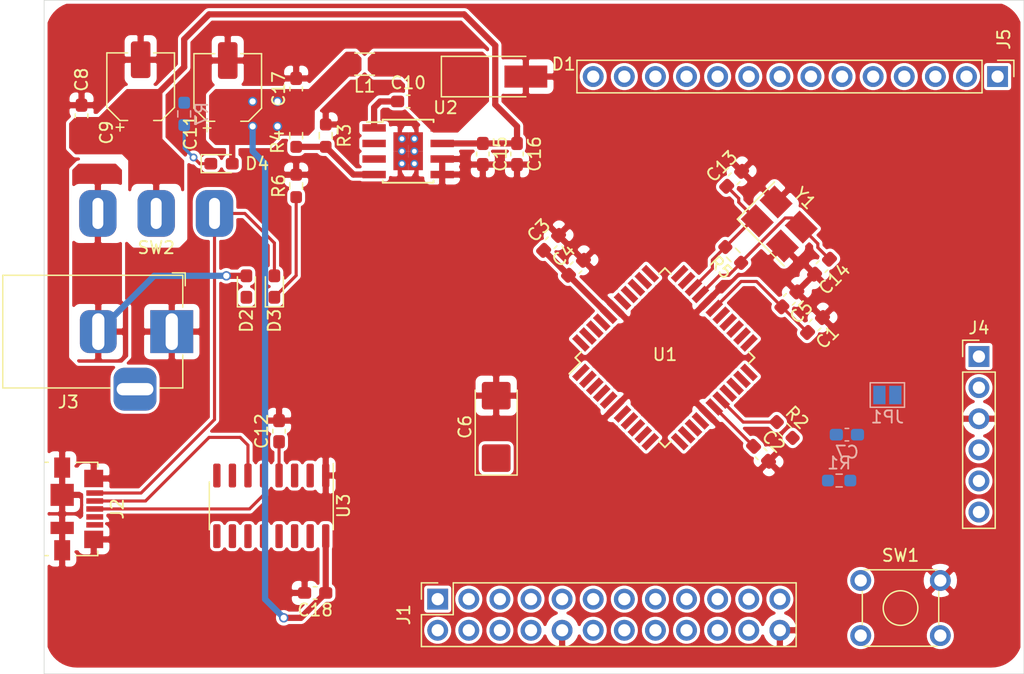
<source format=kicad_pcb>
(kicad_pcb (version 20171130) (host pcbnew 5.1.9)
  (layers (0 F.Cu signal) (31 B.Cu signal) (34 B.Paste user) (35 F.Paste user) (36 B.SilkS user) (37 F.SilkS user) (38 B.Mask user) (39 F.Mask user) (44 Edge.Cuts user))
  (net 0 "")
  (net 1 GND)
  (net 2 +3V3)
  (net 3 "Net-(C6-Pad1)")
  (net 4 "Net-(C7-Pad1)")
  (net 5 +5V)
  (net 6 "Net-(C10-Pad2)")
  (net 7 "Net-(C10-Pad1)")
  (net 8 /MCLR)
  (net 9 "Net-(R3-Pad1)")
  (net 10 "Net-(C12-Pad1)")
  (net 11 "Net-(J2-Pad3)")
  (net 12 "Net-(J2-Pad2)")
  (net 13 /PWR_USB)
  (net 14 /PWR_DC)
  (net 15 /RB15)
  (net 16 /RB14)
  (net 17 /RA10)
  (net 18 /RB11)
  (net 19 /RA7)
  (net 20 /RB10)
  (net 21 /RB12)
  (net 22 /RB13)
  (net 23 /PGC)
  (net 24 /PGD)
  (net 25 /AN1)
  (net 26 /AN0)
  (net 27 /RC2)
  (net 28 /RC1)
  (net 29 /RC0)
  (net 30 /RB3)
  (net 31 /RB2)
  (net 32 /RB4)
  (net 33 /RA8)
  (net 34 /RC4)
  (net 35 /RC3)
  (net 36 /RA9)
  (net 37 /RA4)
  (net 38 /RC5)
  (net 39 /RB5)
  (net 40 /RB6)
  (net 41 /RB8)
  (net 42 /RB7)
  (net 43 /RB9)
  (net 44 /RC8)
  (net 45 /RC7)
  (net 46 /RC9)
  (net 47 /RC6)
  (net 48 /OSC2)
  (net 49 /OSC1)
  (net 50 "Net-(JP1-Pad1)")
  (net 51 "Net-(D2-Pad1)")
  (net 52 "Net-(D4-Pad1)")
  (module LED_SMD:LED_0603_1608Metric_Pad1.05x0.95mm_HandSolder (layer F.Cu) (at 54.484 53.34)
    (fp_text reference D4 (at 2.907 0) (layer F.SilkS))
    (fp_text value LED_G)
    (pad 2 smd roundrect (at 0.875 0) (size 1.05 0.95) (layers F.Cu F.Paste F.Mask) (net 2 +3V3))
    (pad 1 smd roundrect (at -0.875 0) (size 1.05 0.95) (layers F.Cu F.Paste F.Mask) (net 52 "Net-(D4-Pad1)"))
  )
  (module LED_SMD:LED_0603_1608Metric_Pad1.05x0.95mm_HandSolder (layer F.Cu) (at 58.802 63.373 90)
    (fp_text reference D3 (at -2.794 0 90) (layer F.SilkS))
    (fp_text value LED_B)
    (pad 2 smd roundrect (at 0.875 0 90) (size 1.05 0.95) (layers F.Cu F.Paste F.Mask) (net 13 /PWR_USB))
    (pad 1 smd roundrect (at -0.875 0 90) (size 1.05 0.95) (layers F.Cu F.Paste F.Mask) (net 51 "Net-(D2-Pad1)"))
  )
  (module LED_SMD:LED_0603_1608Metric_Pad1.05x0.95mm_HandSolder (layer F.Cu) (at 56.516 63.373 90)
    (fp_text reference D2 (at -2.794 0 90) (layer F.SilkS))
    (fp_text value LED_B)
    (pad 2 smd roundrect (at 0.875 0 90) (size 1.05 0.95) (layers F.Cu F.Paste F.Mask) (net 14 /PWR_DC))
    (pad 1 smd roundrect (at -0.875 0 90) (size 1.05 0.95) (layers F.Cu F.Paste F.Mask) (net 51 "Net-(D2-Pad1)"))
  )
  (module Resistor_SMD:R_0603_1608Metric_Pad0.98x0.95mm_HandSolder (layer B.Cu) (at 51.436 49.276 90)
    (fp_text reference R7 (at 0 1.43 90) (layer B.SilkS) (effects (justify mirror)))
    (fp_text value 1K)
    (pad 2 smd roundrect (at 0.9125 0 90) (size 0.975 0.95) (layers B.Cu B.Paste B.Mask) (net 1 GND))
    (pad 1 smd roundrect (at -0.9125 0 90) (size 0.975 0.95) (layers B.Cu B.Paste B.Mask) (net 52 "Net-(D4-Pad1)"))
  )
  (module Resistor_SMD:R_0603_1608Metric_Pad0.98x0.95mm_HandSolder (layer F.Cu) (at 60.58 55.158 90)
    (fp_text reference R6 (at 0 -1.43 90) (layer F.SilkS))
    (fp_text value 1.5K)
    (pad 2 smd roundrect (at 0.9125 0 90) (size 0.975 0.95) (layers F.Cu F.Paste F.Mask) (net 1 GND))
    (pad 1 smd roundrect (at -0.9125 0 90) (size 0.975 0.95) (layers F.Cu F.Paste F.Mask) (net 51 "Net-(D2-Pad1)"))
  )
  (module Capacitor_SMD:C_0603_1608Metric_Pad1.08x0.95mm_HandSolder (layer F.Cu) (at 62.1305 88.392)
    (fp_text reference C18 (at 0 1.397) (layer F.SilkS))
    (fp_text value 100n)
    (pad 2 smd roundrect (at 0.8625 0) (size 1.075 0.95) (layers F.Cu F.Paste F.Mask) (net 2 +3V3))
    (pad 1 smd roundrect (at -0.8625 0) (size 1.075 0.95) (layers F.Cu F.Paste F.Mask) (net 1 GND))
  )
  (module Capacitor_SMD:C_0603_1608Metric_Pad1.08x0.95mm_HandSolder (layer F.Cu) (at 75.82 52.5515 270)
    (fp_text reference C15 (at 0 -1.43 90) (layer F.SilkS))
    (fp_text value 1u)
    (pad 2 smd roundrect (at 0.8625 0 270) (size 1.075 0.95) (layers F.Cu F.Paste F.Mask) (net 1 GND))
    (pad 1 smd roundrect (at -0.8625 0 270) (size 1.075 0.95) (layers F.Cu F.Paste F.Mask) (net 5 +5V))
  )
  (module Inductor_SMD:L_Taiyo-Yuden_MD-1616 (layer F.Cu) (at 66.168 45.212 180)
    (fp_text reference L1 (at 0 -1.8) (layer F.SilkS))
    (fp_text value 8.2u)
    (pad 2 smd rect (at 0.55 0 180) (size 0.5 0.65) (layers F.Cu F.Paste F.Mask) (net 2 +3V3))
    (pad 1 smd rect (at -0.55 0 180) (size 0.5 0.65) (layers F.Cu F.Paste F.Mask) (net 7 "Net-(C10-Pad1)"))
  )
  (module Custom_Libs:SPDT_SW_Big (layer F.Cu) (at 49.15 57.404)
    (fp_text reference SW2 (at 0 2.794) (layer F.SilkS))
    (fp_text value SW_SPDT)
    (pad 3 thru_hole roundrect (at 4.7625 0) (size 3.048 3.81) (drill oval 0.889 2.54) (layers *.Cu *.Mask) (roundrect_rratio 0.3) (net 13 /PWR_USB))
    (pad 2 thru_hole roundrect (at 0 0) (size 3.048 3.81) (drill oval 0.889 2.54) (layers *.Cu *.Mask) (roundrect_rratio 0.3) (net 5 +5V))
    (pad 1 thru_hole roundrect (at -4.7625 0) (size 3.048 3.81) (drill oval 0.889 2.54) (layers *.Cu *.Mask) (roundrect_rratio 0.3) (net 14 /PWR_DC))
  )
  (module Connector_PinSocket_2.54mm:PinSocket_2x12_P2.54mm_Vertical (layer F.Cu) (at 72.136 88.9 90)
    (fp_text reference J1 (at -1.27 -2.77 90) (layer F.SilkS))
    (fp_text value GPIO_1)
    (pad 24 thru_hole oval (at -2.54 27.94 90) (size 1.7 1.7) (drill 1) (layers *.Cu *.Mask) (net 1 GND))
    (pad 23 thru_hole oval (at 0 27.94 90) (size 1.7 1.7) (drill 1) (layers *.Cu *.Mask) (net 5 +5V))
    (pad 22 thru_hole oval (at -2.54 25.4 90) (size 1.7 1.7) (drill 1) (layers *.Cu *.Mask) (net 15 /RB15))
    (pad 21 thru_hole oval (at 0 25.4 90) (size 1.7 1.7) (drill 1) (layers *.Cu *.Mask) (net 2 +3V3))
    (pad 20 thru_hole oval (at -2.54 22.86 90) (size 1.7 1.7) (drill 1) (layers *.Cu *.Mask) (net 16 /RB14))
    (pad 19 thru_hole oval (at 0 22.86 90) (size 1.7 1.7) (drill 1) (layers *.Cu *.Mask))
    (pad 18 thru_hole oval (at -2.54 20.32 90) (size 1.7 1.7) (drill 1) (layers *.Cu *.Mask))
    (pad 17 thru_hole oval (at 0 20.32 90) (size 1.7 1.7) (drill 1) (layers *.Cu *.Mask) (net 44 /RC8))
    (pad 16 thru_hole oval (at -2.54 17.78 90) (size 1.7 1.7) (drill 1) (layers *.Cu *.Mask) (net 45 /RC7))
    (pad 15 thru_hole oval (at 0 17.78 90) (size 1.7 1.7) (drill 1) (layers *.Cu *.Mask) (net 46 /RC9))
    (pad 14 thru_hole oval (at -2.54 15.24 90) (size 1.7 1.7) (drill 1) (layers *.Cu *.Mask) (net 25 /AN1))
    (pad 13 thru_hole oval (at 0 15.24 90) (size 1.7 1.7) (drill 1) (layers *.Cu *.Mask) (net 26 /AN0))
    (pad 12 thru_hole oval (at -2.54 12.7 90) (size 1.7 1.7) (drill 1) (layers *.Cu *.Mask) (net 21 /RB12))
    (pad 11 thru_hole oval (at 0 12.7 90) (size 1.7 1.7) (drill 1) (layers *.Cu *.Mask) (net 19 /RA7))
    (pad 10 thru_hole oval (at -2.54 10.16 90) (size 1.7 1.7) (drill 1) (layers *.Cu *.Mask) (net 1 GND))
    (pad 9 thru_hole oval (at 0 10.16 90) (size 1.7 1.7) (drill 1) (layers *.Cu *.Mask) (net 17 /RA10))
    (pad 8 thru_hole oval (at -2.54 7.62 90) (size 1.7 1.7) (drill 1) (layers *.Cu *.Mask) (net 18 /RB11))
    (pad 7 thru_hole oval (at 0 7.62 90) (size 1.7 1.7) (drill 1) (layers *.Cu *.Mask) (net 39 /RB5))
    (pad 6 thru_hole oval (at -2.54 5.08 90) (size 1.7 1.7) (drill 1) (layers *.Cu *.Mask) (net 40 /RB6))
    (pad 5 thru_hole oval (at 0 5.08 90) (size 1.7 1.7) (drill 1) (layers *.Cu *.Mask) (net 22 /RB13))
    (pad 4 thru_hole oval (at -2.54 2.54 90) (size 1.7 1.7) (drill 1) (layers *.Cu *.Mask) (net 20 /RB10))
    (pad 3 thru_hole oval (at 0 2.54 90) (size 1.7 1.7) (drill 1) (layers *.Cu *.Mask) (net 43 /RB9))
    (pad 2 thru_hole oval (at -2.54 0 90) (size 1.7 1.7) (drill 1) (layers *.Cu *.Mask) (net 47 /RC6))
    (pad 1 thru_hole rect (at 0 0 90) (size 1.7 1.7) (drill 1) (layers *.Cu *.Mask) (net 2 +3V3))
  )
  (module Capacitor_SMD:C_0603_1608Metric_Pad1.08x0.95mm_HandSolder (layer F.Cu) (at 60.58 47.244 90)
    (fp_text reference C17 (at 0 -1.43 90) (layer F.SilkS))
    (fp_text value 100n)
    (pad 2 smd roundrect (at 0.8625 0 90) (size 1.075 0.95) (layers F.Cu F.Paste F.Mask) (net 1 GND))
    (pad 1 smd roundrect (at -0.8625 0 90) (size 1.075 0.95) (layers F.Cu F.Paste F.Mask) (net 2 +3V3))
  )
  (module Capacitor_SMD:C_0603_1608Metric_Pad1.08x0.95mm_HandSolder (layer F.Cu) (at 78.614 52.5515 270)
    (fp_text reference C16 (at 0 -1.43 90) (layer F.SilkS))
    (fp_text value 100n)
    (pad 2 smd roundrect (at 0.8625 0 270) (size 1.075 0.95) (layers F.Cu F.Paste F.Mask) (net 1 GND))
    (pad 1 smd roundrect (at -0.8625 0 270) (size 1.075 0.95) (layers F.Cu F.Paste F.Mask) (net 5 +5V))
  )
  (module Crystal:Crystal_SMD_SeikoEpson_TSX3225-4Pin_3.2x2.5mm_HandSoldering (layer F.Cu) (at 100.0265 58.26 315)
    (fp_text reference Y1 (at 0 -2.95 135) (layer F.SilkS))
    (fp_text value TSX3225)
    (pad 4 smd rect (at -1.45 -1.0875 315) (size 2.1 1.725) (layers F.Cu F.Paste F.Mask) (net 1 GND))
    (pad 3 smd rect (at 1.45 -1.0875 315) (size 2.1 1.725) (layers F.Cu F.Paste F.Mask) (net 49 /OSC1))
    (pad 2 smd rect (at 1.45 1.0875 315) (size 2.1 1.725) (layers F.Cu F.Paste F.Mask) (net 1 GND))
    (pad 1 smd rect (at -1.45 1.0875 315) (size 2.1 1.725) (layers F.Cu F.Paste F.Mask) (net 48 /OSC2))
  )
  (module Resistor_SMD:R_0603_1608Metric_Pad0.98x0.95mm_HandSolder (layer F.Cu) (at 96.269765 60.789765 135)
    (fp_text reference R5 (at 0 -1.43 135) (layer F.SilkS))
    (fp_text value 1M)
    (pad 2 smd roundrect (at 0.9125 0 135) (size 0.975 0.95) (layers F.Cu F.Paste F.Mask) (net 48 /OSC2))
    (pad 1 smd roundrect (at -0.9125 0 135) (size 0.975 0.95) (layers F.Cu F.Paste F.Mask) (net 49 /OSC1))
  )
  (module Jumper:SolderJumper-2_P1.3mm_Open_Pad1.0x1.5mm (layer B.Cu) (at 108.853 72.23)
    (fp_text reference JP1 (at 0 1.8) (layer B.SilkS) (effects (justify mirror)))
    (fp_text value Jumper_NO_Small)
    (pad 1 smd rect (at -0.65 0) (size 1 1.5) (layers B.Cu B.Mask) (net 50 "Net-(JP1-Pad1)"))
    (pad 2 smd rect (at 0.65 0) (size 1 1.5) (layers B.Cu B.Mask) (net 4 "Net-(C7-Pad1)"))
  )
  (module Capacitor_SMD:C_0603_1608Metric_Pad1.08x0.95mm_HandSolder (layer F.Cu) (at 103.519 61.7525 225)
    (fp_text reference C14 (at 0 -1.43 45) (layer F.SilkS))
    (fp_text value 10p)
    (pad 2 smd roundrect (at 0.8625 0 225) (size 1.075 0.95) (layers F.Cu F.Paste F.Mask) (net 1 GND))
    (pad 1 smd roundrect (at -0.8625 0 225) (size 1.075 0.95) (layers F.Cu F.Paste F.Mask) (net 49 /OSC1))
  )
  (module Capacitor_SMD:C_0603_1608Metric_Pad1.08x0.95mm_HandSolder (layer F.Cu) (at 96.3435 54.577 45)
    (fp_text reference C13 (at 0 -1.43 45) (layer F.SilkS))
    (fp_text value 10p)
    (pad 2 smd roundrect (at 0.8625 0 45) (size 1.075 0.95) (layers F.Cu F.Paste F.Mask) (net 1 GND))
    (pad 1 smd roundrect (at -0.8625 0 45) (size 1.075 0.95) (layers F.Cu F.Paste F.Mask) (net 48 /OSC2))
  )
  (module Connector_PinHeader_2.54mm:PinHeader_1x14_P2.54mm_Vertical (layer F.Cu) (at 117.856 46.228 270)
    (fp_text reference J5 (at -3.048 -0.508 90) (layer F.SilkS))
    (fp_text value GPIO_2)
    (pad 14 thru_hole oval (at 0 33.02 270) (size 1.7 1.7) (drill 1) (layers *.Cu *.Mask) (net 41 /RB8))
    (pad 13 thru_hole oval (at 0 30.48 270) (size 1.7 1.7) (drill 1) (layers *.Cu *.Mask) (net 42 /RB7))
    (pad 12 thru_hole oval (at 0 27.94 270) (size 1.7 1.7) (drill 1) (layers *.Cu *.Mask) (net 38 /RC5))
    (pad 11 thru_hole oval (at 0 25.4 270) (size 1.7 1.7) (drill 1) (layers *.Cu *.Mask) (net 34 /RC4))
    (pad 10 thru_hole oval (at 0 22.86 270) (size 1.7 1.7) (drill 1) (layers *.Cu *.Mask) (net 35 /RC3))
    (pad 9 thru_hole oval (at 0 20.32 270) (size 1.7 1.7) (drill 1) (layers *.Cu *.Mask) (net 36 /RA9))
    (pad 8 thru_hole oval (at 0 17.78 270) (size 1.7 1.7) (drill 1) (layers *.Cu *.Mask) (net 37 /RA4))
    (pad 7 thru_hole oval (at 0 15.24 270) (size 1.7 1.7) (drill 1) (layers *.Cu *.Mask) (net 32 /RB4))
    (pad 6 thru_hole oval (at 0 12.7 270) (size 1.7 1.7) (drill 1) (layers *.Cu *.Mask) (net 33 /RA8))
    (pad 5 thru_hole oval (at 0 10.16 270) (size 1.7 1.7) (drill 1) (layers *.Cu *.Mask) (net 27 /RC2))
    (pad 4 thru_hole oval (at 0 7.62 270) (size 1.7 1.7) (drill 1) (layers *.Cu *.Mask) (net 28 /RC1))
    (pad 3 thru_hole oval (at 0 5.08 270) (size 1.7 1.7) (drill 1) (layers *.Cu *.Mask) (net 29 /RC0))
    (pad 2 thru_hole oval (at 0 2.54 270) (size 1.7 1.7) (drill 1) (layers *.Cu *.Mask) (net 30 /RB3))
    (pad 1 thru_hole rect (at 0 0 270) (size 1.7 1.7) (drill 1) (layers *.Cu *.Mask) (net 31 /RB2))
  )
  (module Capacitor_Tantalum_SMD:CP_EIA-6032-28_Kemet-C_Pad2.25x2.35mm_HandSolder (layer F.Cu) (at 76.9125 74.8335 90)
    (fp_text reference C6 (at 0 -2.55 90) (layer F.SilkS))
    (fp_text value 10uF)
    (pad 2 smd roundrect (at 2.55 0 90) (size 2.25 2.35) (layers F.Cu F.Paste F.Mask) (roundrect_rratio 0.111111) (net 1 GND))
    (pad 1 smd roundrect (at -2.55 0 90) (size 2.25 2.35) (layers F.Cu F.Paste F.Mask) (roundrect_rratio 0.111111) (net 3 "Net-(C6-Pad1)"))
  )
  (module Resistor_SMD:R_0603_1608Metric_Pad0.98x0.95mm_HandSolder (layer B.Cu) (at 104.916 79.215 180)
    (fp_text reference R1 (at 0 1.43) (layer B.SilkS) (effects (justify mirror)))
    (fp_text value 10K)
    (pad 2 smd roundrect (at 0.9125 0 180) (size 0.975 0.95) (layers B.Cu B.Paste B.Mask) (net 50 "Net-(JP1-Pad1)"))
    (pad 1 smd roundrect (at -0.9125 0 180) (size 0.975 0.95) (layers B.Cu B.Paste B.Mask) (net 2 +3V3))
  )
  (module Connector_PinHeader_2.54mm:PinHeader_1x06_P2.54mm_Vertical (layer F.Cu) (at 116.332 69.088)
    (fp_text reference J4 (at 0 -2.33) (layer F.SilkS))
    (fp_text value ICSP)
    (pad 6 thru_hole oval (at 0 12.7) (size 1.7 1.7) (drill 1) (layers *.Cu *.Mask))
    (pad 5 thru_hole oval (at 0 10.16) (size 1.7 1.7) (drill 1) (layers *.Cu *.Mask) (net 23 /PGC))
    (pad 4 thru_hole oval (at 0 7.62) (size 1.7 1.7) (drill 1) (layers *.Cu *.Mask) (net 24 /PGD))
    (pad 3 thru_hole oval (at 0 5.08) (size 1.7 1.7) (drill 1) (layers *.Cu *.Mask) (net 1 GND))
    (pad 2 thru_hole oval (at 0 2.54) (size 1.7 1.7) (drill 1) (layers *.Cu *.Mask) (net 2 +3V3))
    (pad 1 thru_hole rect (at 0 0) (size 1.7 1.7) (drill 1) (layers *.Cu *.Mask) (net 8 /MCLR))
  )
  (module Package_SO:SOIC-16_3.9x9.9mm_P1.27mm (layer F.Cu) (at 58.548 81.28 270)
    (fp_text reference U3 (at 0 -5.9 270) (layer F.SilkS))
    (fp_text value CH340C)
    (pad 16 smd roundrect (at 2.475 -4.445 270) (size 1.95 0.6) (layers F.Cu F.Paste F.Mask) (net 2 +3V3))
    (pad 15 smd roundrect (at 2.475 -3.175 270) (size 1.95 0.6) (layers F.Cu F.Paste F.Mask))
    (pad 14 smd roundrect (at 2.475 -1.905 270) (size 1.95 0.6) (layers F.Cu F.Paste F.Mask))
    (pad 13 smd roundrect (at 2.475 -0.635 270) (size 1.95 0.6) (layers F.Cu F.Paste F.Mask))
    (pad 12 smd roundrect (at 2.475 0.635 270) (size 1.95 0.6) (layers F.Cu F.Paste F.Mask))
    (pad 11 smd roundrect (at 2.475 1.905 270) (size 1.95 0.6) (layers F.Cu F.Paste F.Mask))
    (pad 10 smd roundrect (at 2.475 3.175 270) (size 1.95 0.6) (layers F.Cu F.Paste F.Mask))
    (pad 9 smd roundrect (at 2.475 4.445 270) (size 1.95 0.6) (layers F.Cu F.Paste F.Mask))
    (pad 8 smd roundrect (at -2.475 4.445 270) (size 1.95 0.6) (layers F.Cu F.Paste F.Mask))
    (pad 7 smd roundrect (at -2.475 3.175 270) (size 1.95 0.6) (layers F.Cu F.Paste F.Mask))
    (pad 6 smd roundrect (at -2.475 1.905 270) (size 1.95 0.6) (layers F.Cu F.Paste F.Mask) (net 12 "Net-(J2-Pad2)"))
    (pad 5 smd roundrect (at -2.475 0.635 270) (size 1.95 0.6) (layers F.Cu F.Paste F.Mask) (net 11 "Net-(J2-Pad3)"))
    (pad 4 smd roundrect (at -2.475 -0.635 270) (size 1.95 0.6) (layers F.Cu F.Paste F.Mask) (net 10 "Net-(C12-Pad1)"))
    (pad 3 smd roundrect (at -2.475 -1.905 270) (size 1.95 0.6) (layers F.Cu F.Paste F.Mask))
    (pad 2 smd roundrect (at -2.475 -3.175 270) (size 1.95 0.6) (layers F.Cu F.Paste F.Mask))
    (pad 1 smd roundrect (at -2.475 -4.445 270) (size 1.95 0.6) (layers F.Cu F.Paste F.Mask) (net 1 GND))
  )
  (module Connector_BarrelJack:BarrelJack_Horizontal (layer F.Cu) (at 50.42 67.056)
    (fp_text reference J3 (at -8.45 5.75) (layer F.SilkS))
    (fp_text value Barrel_Jack)
    (pad 3 thru_hole roundrect (at -3 4.7) (size 3.5 3.5) (drill oval 3 1) (layers *.Cu *.Mask))
    (pad 2 thru_hole roundrect (at -6 0) (size 3 3.5) (drill oval 1 3) (layers *.Cu *.Mask) (net 14 /PWR_DC))
    (pad 1 thru_hole rect (at 0 0) (size 3.5 3.5) (drill oval 1 3) (layers *.Cu *.Mask) (net 1 GND))
  )
  (module Connector_USB:USB_Micro-B_Molex_47346-0001 (layer F.Cu) (at 42.672 81.534 270)
    (fp_text reference J2 (at 0 -3.3 270) (layer F.SilkS))
    (fp_text value USB_B_Micro)
    (pad 6 smd rect (at 1.55 1.2 270) (size 1 1.9) (layers F.Cu F.Paste F.Mask) (net 1 GND))
    (pad 6 smd rect (at -1.15 1.2 270) (size 1.8 1.9) (layers F.Cu F.Paste F.Mask) (net 1 GND))
    (pad 6 smd rect (at 3.375 1.2 270) (size 1.65 1.3) (layers F.Cu F.Paste F.Mask) (net 1 GND))
    (pad 6 smd rect (at -3.375 1.2 270) (size 1.65 1.3) (layers F.Cu F.Paste F.Mask) (net 1 GND))
    (pad 6 smd rect (at 2.4875 -1.375 270) (size 1.425 1.55) (layers F.Cu F.Paste F.Mask) (net 1 GND))
    (pad 6 smd rect (at -2.4875 -1.375 270) (size 1.425 1.55) (layers F.Cu F.Paste F.Mask) (net 1 GND))
    (pad 5 smd rect (at 1.3 -1.46 270) (size 0.45 1.38) (layers F.Cu F.Paste F.Mask) (net 1 GND))
    (pad 4 smd rect (at 0.65 -1.46 270) (size 0.45 1.38) (layers F.Cu F.Paste F.Mask))
    (pad 3 smd rect (at 0 -1.46 270) (size 0.45 1.38) (layers F.Cu F.Paste F.Mask) (net 11 "Net-(J2-Pad3)"))
    (pad 2 smd rect (at -0.65 -1.46 270) (size 0.45 1.38) (layers F.Cu F.Paste F.Mask) (net 12 "Net-(J2-Pad2)"))
    (pad 1 smd rect (at -1.3 -1.46 270) (size 0.45 1.38) (layers F.Cu F.Paste F.Mask) (net 13 /PWR_USB))
  )
  (module Capacitor_SMD:C_0603_1608Metric_Pad1.08x0.95mm_HandSolder (layer F.Cu) (at 59.183 75.184 90)
    (fp_text reference C12 (at 0 -1.43 -90) (layer F.SilkS))
    (fp_text value 100n)
    (pad 2 smd roundrect (at 0.8625 0 90) (size 1.075 0.95) (layers F.Cu F.Paste F.Mask) (net 1 GND))
    (pad 1 smd roundrect (at -0.8625 0 90) (size 1.075 0.95) (layers F.Cu F.Paste F.Mask) (net 10 "Net-(C12-Pad1)"))
  )
  (module Diode_SMD:D_SMA_Handsoldering (layer F.Cu) (at 76.836 46.228)
    (fp_text reference D1 (at 5.588 -1.016) (layer F.SilkS))
    (fp_text value EJ1S)
    (pad 2 smd rect (at 2.5 0) (size 3.5 1.8) (layers F.Cu F.Paste F.Mask) (net 1 GND))
    (pad 1 smd rect (at -2.5 0) (size 3.5 1.8) (layers F.Cu F.Paste F.Mask) (net 7 "Net-(C10-Pad1)"))
  )
  (module Resistor_SMD:R_0603_1608Metric_Pad0.98x0.95mm_HandSolder (layer F.Cu) (at 60.58 51.054 270)
    (fp_text reference R4 (at 0.508 1.524 90) (layer F.SilkS))
    (fp_text value 1.5K)
    (pad 2 smd roundrect (at 0.9125 0 270) (size 0.975 0.95) (layers F.Cu F.Paste F.Mask) (net 9 "Net-(R3-Pad1)"))
    (pad 1 smd roundrect (at -0.9125 0 270) (size 0.975 0.95) (layers F.Cu F.Paste F.Mask) (net 2 +3V3))
  )
  (module Capacitor_SMD:CP_Elec_5x5.3 (layer F.Cu) (at 54.992 47.117 90)
    (fp_text reference C11 (at -3.683 -3.048 90) (layer F.SilkS))
    (fp_text value 100u)
    (pad 2 smd roundrect (at 2.2 0 90) (size 3 1.6) (layers F.Cu F.Paste F.Mask) (roundrect_rratio 0.15625) (net 1 GND))
    (pad 1 smd roundrect (at -2.2 0 90) (size 3 1.6) (layers F.Cu F.Paste F.Mask) (roundrect_rratio 0.15625) (net 2 +3V3))
  )
  (module Resistor_SMD:R_0603_1608Metric_Pad0.98x0.95mm_HandSolder (layer F.Cu) (at 62.992 51.054 90)
    (fp_text reference R3 (at 0 1.524 90) (layer F.SilkS))
    (fp_text value 980)
    (pad 2 smd roundrect (at 0.9125 0 90) (size 0.975 0.95) (layers F.Cu F.Paste F.Mask) (net 1 GND))
    (pad 1 smd roundrect (at -0.9125 0 90) (size 0.975 0.95) (layers F.Cu F.Paste F.Mask) (net 9 "Net-(R3-Pad1)"))
  )
  (module Capacitor_SMD:C_0603_1608Metric_Pad1.08x0.95mm_HandSolder (layer F.Cu) (at 69.724 48.26 180)
    (fp_text reference C10 (at 0 1.524) (layer F.SilkS))
    (fp_text value 10nF)
    (pad 2 smd roundrect (at 0.8625 0 180) (size 1.075 0.95) (layers F.Cu F.Paste F.Mask) (net 6 "Net-(C10-Pad2)"))
    (pad 1 smd roundrect (at -0.8625 0 180) (size 1.075 0.95) (layers F.Cu F.Paste F.Mask) (net 7 "Net-(C10-Pad1)"))
  )
  (module Capacitor_SMD:CP_Elec_5x5.3 (layer F.Cu) (at 47.88 47.0535 90)
    (fp_text reference C9 (at -3.7465 -2.794 90) (layer F.SilkS))
    (fp_text value 22u)
    (pad 2 smd roundrect (at 2.2 0 90) (size 3 1.6) (layers F.Cu F.Paste F.Mask) (roundrect_rratio 0.15625) (net 1 GND))
    (pad 1 smd roundrect (at -2.2 0 90) (size 3 1.6) (layers F.Cu F.Paste F.Mask) (roundrect_rratio 0.15625) (net 5 +5V))
  )
  (module Capacitor_SMD:C_0603_1608Metric_Pad1.08x0.95mm_HandSolder (layer F.Cu) (at 43.054 49.4295 90)
    (fp_text reference C8 (at 2.9475 0 270) (layer F.SilkS))
    (fp_text value 6.8u)
    (pad 2 smd roundrect (at 0.8625 0 90) (size 1.075 0.95) (layers F.Cu F.Paste F.Mask) (net 1 GND))
    (pad 1 smd roundrect (at -0.8625 0 90) (size 1.075 0.95) (layers F.Cu F.Paste F.Mask) (net 5 +5V))
  )
  (module Package_SO:TI_SO-PowerPAD-8 (layer F.Cu) (at 69.724 52.324)
    (fp_text reference U2 (at 3.048 -3.556) (layer F.SilkS))
    (fp_text value LM22676MR-ADJ)
    (pad 9 smd rect (at -0.6025 -0.775) (size 1.205 1.55) (layers F.Cu F.Paste F.Mask) (net 1 GND))
    (pad 9 smd rect (at -0.6025 0.775) (size 1.205 1.55) (layers F.Cu F.Paste F.Mask) (net 1 GND))
    (pad 9 smd rect (at 0.6025 -0.775) (size 1.205 1.55) (layers F.Cu F.Paste F.Mask) (net 1 GND))
    (pad 9 smd rect (at 0.6025 0.775) (size 1.205 1.55) (layers F.Cu F.Paste F.Mask) (net 1 GND))
    (pad 8 smd rect (at 2.78 -1.905) (size 1.91 0.61) (layers F.Cu F.Paste F.Mask) (net 7 "Net-(C10-Pad1)"))
    (pad 7 smd rect (at 2.78 -0.635) (size 1.91 0.61) (layers F.Cu F.Paste F.Mask) (net 5 +5V))
    (pad 6 smd rect (at 2.78 0.635) (size 1.91 0.61) (layers F.Cu F.Paste F.Mask) (net 1 GND))
    (pad 5 smd rect (at 2.78 1.905) (size 1.91 0.61) (layers F.Cu F.Paste F.Mask) (net 1 GND))
    (pad 4 smd rect (at -2.78 1.905) (size 1.91 0.61) (layers F.Cu F.Paste F.Mask) (net 9 "Net-(R3-Pad1)"))
    (pad 3 smd rect (at -2.78 0.635) (size 1.91 0.61) (layers F.Cu F.Paste F.Mask))
    (pad 2 smd rect (at -2.78 -0.635) (size 1.91 0.61) (layers F.Cu F.Paste F.Mask))
    (pad 1 smd rect (at -2.78 -1.905) (size 1.91 0.61) (layers F.Cu F.Paste F.Mask) (net 6 "Net-(C10-Pad2)"))
  )
  (module Button_Switch_THT:SW_TH_Tactile_Omron_B3F-10xx (layer F.Cu) (at 106.68 87.376)
    (fp_text reference SW1 (at 3.25 -2.05) (layer F.SilkS))
    (fp_text value RST)
    (pad 1 thru_hole circle (at 0 0) (size 1.7 1.7) (drill 1) (layers *.Cu *.Mask) (net 8 /MCLR))
    (pad 2 thru_hole circle (at 6.5 0) (size 1.7 1.7) (drill 1) (layers *.Cu *.Mask) (net 1 GND))
    (pad 3 thru_hole circle (at 0 4.5) (size 1.7 1.7) (drill 1) (layers *.Cu *.Mask))
    (pad 4 thru_hole circle (at 6.5 4.5) (size 1.7 1.7) (drill 1) (layers *.Cu *.Mask))
  )
  (module Resistor_SMD:R_0603_1608Metric_Pad0.98x0.95mm_HandSolder (layer F.Cu) (at 100.471 75.0875 315)
    (fp_text reference R2 (at 0 -1.43 135) (layer F.SilkS))
    (fp_text value 1K)
    (pad 2 smd roundrect (at 0.9125 0 315) (size 0.975 0.95) (layers F.Cu F.Paste F.Mask) (net 50 "Net-(JP1-Pad1)"))
    (pad 1 smd roundrect (at -0.9125 0 315) (size 0.975 0.95) (layers F.Cu F.Paste F.Mask) (net 8 /MCLR))
  )
  (module Capacitor_SMD:C_0603_1608Metric_Pad1.08x0.95mm_HandSolder (layer B.Cu) (at 105.551 75.4685)
    (fp_text reference C7 (at 0 1.43) (layer B.SilkS) (effects (justify mirror)))
    (fp_text value 10nF)
    (pad 2 smd roundrect (at 0.8625 0) (size 1.075 0.95) (layers B.Cu B.Paste B.Mask) (net 1 GND))
    (pad 1 smd roundrect (at -0.8625 0) (size 1.075 0.95) (layers B.Cu B.Paste B.Mask) (net 4 "Net-(C7-Pad1)"))
  )
  (module Package_QFP:TQFP-44_10x10mm_P0.8mm (layer F.Cu) (at 90.692 69.182 45)
    (fp_text reference U1 (at 0.179605 -0.179605 180) (layer F.SilkS))
    (fp_text value PIC32MX150F128D-IPT)
    (pad 44 smd rect (at -4 -5.7 135) (size 1.5 0.55) (layers F.Cu F.Paste F.Mask) (net 41 /RB8))
    (pad 43 smd rect (at -3.2 -5.7 135) (size 1.5 0.55) (layers F.Cu F.Paste F.Mask) (net 42 /RB7))
    (pad 42 smd rect (at -2.4 -5.7 135) (size 1.5 0.55) (layers F.Cu F.Paste F.Mask) (net 40 /RB6))
    (pad 41 smd rect (at -1.6 -5.7 135) (size 1.5 0.55) (layers F.Cu F.Paste F.Mask) (net 39 /RB5))
    (pad 40 smd rect (at -0.8 -5.7 135) (size 1.5 0.55) (layers F.Cu F.Paste F.Mask) (net 2 +3V3))
    (pad 39 smd rect (at 0 -5.7 135) (size 1.5 0.55) (layers F.Cu F.Paste F.Mask) (net 1 GND))
    (pad 38 smd rect (at 0.8 -5.7 135) (size 1.5 0.55) (layers F.Cu F.Paste F.Mask) (net 38 /RC5))
    (pad 37 smd rect (at 1.6 -5.7 135) (size 1.5 0.55) (layers F.Cu F.Paste F.Mask) (net 34 /RC4))
    (pad 36 smd rect (at 2.4 -5.7 135) (size 1.5 0.55) (layers F.Cu F.Paste F.Mask) (net 35 /RC3))
    (pad 35 smd rect (at 3.2 -5.7 135) (size 1.5 0.55) (layers F.Cu F.Paste F.Mask) (net 36 /RA9))
    (pad 34 smd rect (at 4 -5.7 135) (size 1.5 0.55) (layers F.Cu F.Paste F.Mask) (net 37 /RA4))
    (pad 33 smd rect (at 5.7 -4 45) (size 1.5 0.55) (layers F.Cu F.Paste F.Mask) (net 32 /RB4))
    (pad 32 smd rect (at 5.7 -3.2 45) (size 1.5 0.55) (layers F.Cu F.Paste F.Mask) (net 33 /RA8))
    (pad 31 smd rect (at 5.7 -2.4 45) (size 1.5 0.55) (layers F.Cu F.Paste F.Mask) (net 48 /OSC2))
    (pad 30 smd rect (at 5.7 -1.6 45) (size 1.5 0.55) (layers F.Cu F.Paste F.Mask) (net 49 /OSC1))
    (pad 29 smd rect (at 5.7 -0.8 45) (size 1.5 0.55) (layers F.Cu F.Paste F.Mask) (net 1 GND))
    (pad 28 smd rect (at 5.7 0 45) (size 1.5 0.55) (layers F.Cu F.Paste F.Mask) (net 2 +3V3))
    (pad 27 smd rect (at 5.7 0.8 45) (size 1.5 0.55) (layers F.Cu F.Paste F.Mask) (net 27 /RC2))
    (pad 26 smd rect (at 5.7 1.6 45) (size 1.5 0.55) (layers F.Cu F.Paste F.Mask) (net 28 /RC1))
    (pad 25 smd rect (at 5.7 2.4 45) (size 1.5 0.55) (layers F.Cu F.Paste F.Mask) (net 29 /RC0))
    (pad 24 smd rect (at 5.7 3.2 45) (size 1.5 0.55) (layers F.Cu F.Paste F.Mask) (net 30 /RB3))
    (pad 23 smd rect (at 5.7 4 45) (size 1.5 0.55) (layers F.Cu F.Paste F.Mask) (net 31 /RB2))
    (pad 22 smd rect (at 4 5.7 135) (size 1.5 0.55) (layers F.Cu F.Paste F.Mask) (net 23 /PGC))
    (pad 21 smd rect (at 3.2 5.7 135) (size 1.5 0.55) (layers F.Cu F.Paste F.Mask) (net 24 /PGD))
    (pad 20 smd rect (at 2.4 5.7 135) (size 1.5 0.55) (layers F.Cu F.Paste F.Mask) (net 25 /AN1))
    (pad 19 smd rect (at 1.6 5.7 135) (size 1.5 0.55) (layers F.Cu F.Paste F.Mask) (net 26 /AN0))
    (pad 18 smd rect (at 0.8 5.7 135) (size 1.5 0.55) (layers F.Cu F.Paste F.Mask) (net 8 /MCLR))
    (pad 17 smd rect (at 0 5.7 135) (size 1.5 0.55) (layers F.Cu F.Paste F.Mask) (net 2 +3V3))
    (pad 16 smd rect (at -0.8 5.7 135) (size 1.5 0.55) (layers F.Cu F.Paste F.Mask) (net 1 GND))
    (pad 15 smd rect (at -1.6 5.7 135) (size 1.5 0.55) (layers F.Cu F.Paste F.Mask) (net 15 /RB15))
    (pad 14 smd rect (at -2.4 5.7 135) (size 1.5 0.55) (layers F.Cu F.Paste F.Mask) (net 16 /RB14))
    (pad 13 smd rect (at -3.2 5.7 135) (size 1.5 0.55) (layers F.Cu F.Paste F.Mask) (net 19 /RA7))
    (pad 12 smd rect (at -4 5.7 135) (size 1.5 0.55) (layers F.Cu F.Paste F.Mask) (net 17 /RA10))
    (pad 11 smd rect (at -5.7 4 45) (size 1.5 0.55) (layers F.Cu F.Paste F.Mask) (net 22 /RB13))
    (pad 10 smd rect (at -5.7 3.2 45) (size 1.5 0.55) (layers F.Cu F.Paste F.Mask) (net 21 /RB12))
    (pad 9 smd rect (at -5.7 2.4 45) (size 1.5 0.55) (layers F.Cu F.Paste F.Mask) (net 18 /RB11))
    (pad 8 smd rect (at -5.7 1.6 45) (size 1.5 0.55) (layers F.Cu F.Paste F.Mask) (net 20 /RB10))
    (pad 7 smd rect (at -5.7 0.8 45) (size 1.5 0.55) (layers F.Cu F.Paste F.Mask) (net 3 "Net-(C6-Pad1)"))
    (pad 6 smd rect (at -5.7 0 45) (size 1.5 0.55) (layers F.Cu F.Paste F.Mask) (net 1 GND))
    (pad 5 smd rect (at -5.7 -0.8 45) (size 1.5 0.55) (layers F.Cu F.Paste F.Mask) (net 46 /RC9))
    (pad 4 smd rect (at -5.7 -1.6 45) (size 1.5 0.55) (layers F.Cu F.Paste F.Mask) (net 44 /RC8))
    (pad 3 smd rect (at -5.7 -2.4 45) (size 1.5 0.55) (layers F.Cu F.Paste F.Mask) (net 45 /RC7))
    (pad 2 smd rect (at -5.7 -3.2 45) (size 1.5 0.55) (layers F.Cu F.Paste F.Mask) (net 47 /RC6))
    (pad 1 smd rect (at -5.7 -4 45) (size 1.5 0.55) (layers F.Cu F.Paste F.Mask) (net 43 /RB9))
  )
  (module Capacitor_SMD:C_0603_1608Metric_Pad1.08x0.95mm_HandSolder (layer F.Cu) (at 100.852 64.4195 45)
    (fp_text reference C5 (at -0.054278 1.436841 45) (layer F.SilkS))
    (fp_text value 100nF)
    (pad 2 smd roundrect (at 0.8625 0 45) (size 1.075 0.95) (layers F.Cu F.Paste F.Mask) (net 1 GND))
    (pad 1 smd roundrect (at -0.8625 0 45) (size 1.075 0.95) (layers F.Cu F.Paste F.Mask) (net 2 +3V3))
  )
  (module Capacitor_SMD:C_0603_1608Metric_Pad1.08x0.95mm_HandSolder (layer F.Cu) (at 83.42788 61.84112 45)
    (fp_text reference C4 (at 0 -1.43 45) (layer F.SilkS))
    (fp_text value 100nF)
    (pad 2 smd roundrect (at 0.8625 0 45) (size 1.075 0.95) (layers F.Cu F.Paste F.Mask) (net 1 GND))
    (pad 1 smd roundrect (at -0.8625 0 45) (size 1.075 0.95) (layers F.Cu F.Paste F.Mask) (net 2 +3V3))
  )
  (module Capacitor_SMD:C_0603_1608Metric_Pad1.08x0.95mm_HandSolder (layer F.Cu) (at 81.39588 59.80912 45)
    (fp_text reference C3 (at 0 -1.43 45) (layer F.SilkS))
    (fp_text value 100nF)
    (pad 2 smd roundrect (at 0.8625 0 45) (size 1.075 0.95) (layers F.Cu F.Paste F.Mask) (net 1 GND))
    (pad 1 smd roundrect (at -0.8625 0 45) (size 1.075 0.95) (layers F.Cu F.Paste F.Mask) (net 2 +3V3))
  )
  (module Capacitor_SMD:C_0603_1608Metric_Pad1.08x0.95mm_HandSolder (layer F.Cu) (at 98.54088 77.03088 315)
    (fp_text reference C2 (at 0 -1.43 135) (layer F.SilkS))
    (fp_text value 100nF)
    (pad 2 smd roundrect (at 0.8625 0 315) (size 1.075 0.95) (layers F.Cu F.Paste F.Mask) (net 1 GND))
    (pad 1 smd roundrect (at -0.8625 0 315) (size 1.075 0.95) (layers F.Cu F.Paste F.Mask) (net 2 +3V3))
  )
  (module Capacitor_SMD:C_0603_1608Metric_Pad1.08x0.95mm_HandSolder (layer F.Cu) (at 102.9475 66.515 45)
    (fp_text reference C1 (at 0 1.436841 45) (layer F.SilkS))
    (fp_text value 100nF)
    (pad 2 smd roundrect (at 0.8625 0 45) (size 1.075 0.95) (layers F.Cu F.Paste F.Mask) (net 1 GND))
    (pad 1 smd roundrect (at -0.8625 0 45) (size 1.075 0.95) (layers F.Cu F.Paste F.Mask) (net 2 +3V3))
  )
  (gr_line (start 40 95) (end 120 95) (layer Edge.Cuts) (width 0.05))
  (gr_line (start 120 40) (end 40 40) (layer Edge.Cuts) (width 0.05))
  (gr_line (start 120 95) (end 120 40) (layer Edge.Cuts) (width 0.05))
  (gr_line (start 40 40) (end 40 95) (layer Edge.Cuts) (width 0.05))
  (via (at 70.232 52.324) (size 0.635) (drill 0.381) (layers F.Cu B.Cu) (net 1))
  (via (at 69.216 52.324) (size 0.635) (drill 0.381) (layers F.Cu B.Cu) (net 1))
  (via (at 69.216 51.308) (size 0.635) (drill 0.381) (layers F.Cu B.Cu) (net 1))
  (via (at 70.232 51.308) (size 0.635) (drill 0.381) (layers F.Cu B.Cu) (net 1))
  (via (at 69.216 53.34) (size 0.635) (drill 0.381) (layers F.Cu B.Cu) (net 1))
  (via (at 70.232 53.34) (size 0.635) (drill 0.381) (layers F.Cu B.Cu) (net 1))
  (segment (start 94.722509 73.212509) (end 97.931 76.421) (width 0.254) (layer F.Cu) (net 2))
  (segment (start 86.095806 65.717177) (end 86.084177 65.717177) (width 0.254) (layer F.Cu) (net 2))
  (segment (start 100.24212 65.02938) (end 102.33762 67.12488) (width 0.254) (layer F.Cu) (net 2))
  (segment (start 98.17174 62.959) (end 100.24212 65.02938) (width 0.254) (layer F.Cu) (net 2))
  (segment (start 96.915 62.959) (end 98.17174 62.959) (width 0.254) (layer F.Cu) (net 2))
  (segment (start 94.722509 65.151491) (end 96.915 62.959) (width 0.254) (layer F.Cu) (net 2))
  (segment (start 62.993 83.755) (end 62.993 88.392) (width 0.508) (layer F.Cu) (net 2))
  (via (at 57.024 48.26) (size 0.762) (drill 0.508) (layers F.Cu B.Cu) (net 2))
  (via (at 59.056 48.26) (size 0.762) (drill 0.508) (layers F.Cu B.Cu) (net 2))
  (via (at 59.056 50.292) (size 0.762) (drill 0.508) (layers F.Cu B.Cu) (net 2))
  (via (at 57.024 50.292) (size 0.762) (drill 0.508) (layers F.Cu B.Cu) (net 2))
  (via (at 59.564006 90.424) (size 0.762) (drill 0.508) (layers F.Cu B.Cu) (net 2))
  (segment (start 58.04 88.899994) (end 59.564006 90.424) (width 0.508) (layer B.Cu) (net 2))
  (segment (start 58.04 53.34) (end 58.04 88.899994) (width 0.508) (layer B.Cu) (net 2))
  (segment (start 57.024 52.324) (end 58.04 53.34) (width 0.508) (layer B.Cu) (net 2))
  (segment (start 57.024 50.292) (end 57.024 52.324) (width 0.508) (layer B.Cu) (net 2))
  (segment (start 60.961 90.424) (end 62.993 88.392) (width 0.508) (layer F.Cu) (net 2))
  (segment (start 59.564006 90.424) (end 60.961 90.424) (width 0.508) (layer F.Cu) (net 2))
  (segment (start 82.829629 62.451) (end 86.095806 65.717177) (width 0.508) (layer F.Cu) (net 2))
  (segment (start 82.818 62.451) (end 82.829629 62.451) (width 0.508) (layer F.Cu) (net 2))
  (segment (start 80.786 60.419) (end 82.818 62.451) (width 0.508) (layer F.Cu) (net 2))
  (segment (start 55.359 49.684) (end 54.992 49.317) (width 0.508) (layer F.Cu) (net 2))
  (segment (start 55.359 53.34) (end 55.359 49.684) (width 0.508) (layer F.Cu) (net 2))
  (segment (start 72.504 51.689) (end 75.82 51.689) (width 0.508) (layer F.Cu) (net 5))
  (segment (start 75.82 51.689) (end 78.614 51.689) (width 0.508) (layer F.Cu) (net 5))
  (segment (start 78.614 50.292) (end 78.614 51.689) (width 0.508) (layer F.Cu) (net 5))
  (segment (start 76.836 48.514) (end 78.614 50.292) (width 0.508) (layer F.Cu) (net 5))
  (segment (start 76.836 43.688) (end 76.836 48.514) (width 0.508) (layer F.Cu) (net 5))
  (segment (start 74.296 41.148) (end 76.836 43.688) (width 0.508) (layer F.Cu) (net 5))
  (segment (start 53.46875 41.148) (end 74.296 41.148) (width 0.508) (layer F.Cu) (net 5))
  (segment (start 51.436 43.18075) (end 53.46875 41.148) (width 0.508) (layer F.Cu) (net 5))
  (segment (start 51.436 45.45475) (end 51.436 43.18075) (width 0.508) (layer F.Cu) (net 5))
  (segment (start 47.88 49.01075) (end 51.436 45.45475) (width 0.508) (layer F.Cu) (net 5))
  (segment (start 47.88 49.2535) (end 47.88 49.01075) (width 0.508) (layer F.Cu) (net 5))
  (segment (start 67.438 48.26) (end 68.8615 48.26) (width 0.508) (layer F.Cu) (net 6))
  (segment (start 66.944 48.754) (end 67.438 48.26) (width 0.508) (layer F.Cu) (net 6))
  (segment (start 66.944 50.419) (end 66.944 48.754) (width 0.508) (layer F.Cu) (net 6))
  (segment (start 97.083636 74.442265) (end 95.288194 72.646823) (width 0.254) (layer F.Cu) (net 8))
  (segment (start 99.825765 74.442265) (end 97.083636 74.442265) (width 0.254) (layer F.Cu) (net 8))
  (segment (start 60.58 51.9665) (end 60.6035 51.9665) (width 0.508) (layer F.Cu) (net 9))
  (segment (start 65.2545 54.229) (end 66.944 54.229) (width 0.508) (layer F.Cu) (net 9))
  (segment (start 62.992 51.9665) (end 65.2545 54.229) (width 0.508) (layer F.Cu) (net 9))
  (segment (start 62.992 51.9665) (end 60.58 51.9665) (width 0.508) (layer F.Cu) (net 9))
  (segment (start 59.183 76.0465) (end 59.183 78.805) (width 0.254) (layer F.Cu) (net 10))
  (segment (start 57.913 80.391) (end 57.913 78.805) (width 0.254) (layer F.Cu) (net 11))
  (segment (start 56.77 81.534) (end 57.913 80.391) (width 0.254) (layer F.Cu) (net 11))
  (segment (start 44.132 81.534) (end 56.77 81.534) (width 0.254) (layer F.Cu) (net 11))
  (segment (start 48.276 80.884) (end 53.468 75.692) (width 0.254) (layer F.Cu) (net 12))
  (segment (start 53.468 75.692) (end 56.008 75.692) (width 0.254) (layer F.Cu) (net 12))
  (segment (start 56.643 76.327) (end 56.643 78.805) (width 0.254) (layer F.Cu) (net 12))
  (segment (start 56.008 75.692) (end 56.643 76.327) (width 0.254) (layer F.Cu) (net 12))
  (segment (start 44.132 80.884) (end 48.276 80.884) (width 0.254) (layer F.Cu) (net 12))
  (segment (start 53.9125 74.2315) (end 53.9125 57.404) (width 0.254) (layer F.Cu) (net 13))
  (segment (start 47.91 80.234) (end 53.9125 74.2315) (width 0.254) (layer F.Cu) (net 13))
  (segment (start 53.9125 57.404) (end 56.389 57.404) (width 0.254) (layer F.Cu) (net 13))
  (segment (start 58.802 59.817) (end 58.802 62.498) (width 0.254) (layer F.Cu) (net 13))
  (segment (start 56.389 57.404) (end 58.802 59.817) (width 0.254) (layer F.Cu) (net 13))
  (segment (start 47.91 80.234) (end 44.132 80.234) (width 0.254) (layer F.Cu) (net 13))
  (segment (start 56.516 62.498) (end 54.879 62.498) (width 0.508) (layer F.Cu) (net 14))
  (segment (start 54.879 62.498) (end 54.879 62.498) (width 0.508) (layer F.Cu) (net 14))
  (via (at 54.879 62.498) (size 0.762) (drill 0.508) (layers F.Cu B.Cu) (net 14))
  (segment (start 48.978 62.498) (end 44.42 67.056) (width 0.508) (layer B.Cu) (net 14))
  (segment (start 54.879 62.498) (end 48.978 62.498) (width 0.508) (layer B.Cu) (net 14))
  (segment (start 95.85388 66.282862) (end 95.877138 66.282862) (width 0.254) (layer F.Cu) (net 28))
  (segment (start 97.674674 58.003674) (end 98.232217 58.003674) (width 0.254) (layer F.Cu) (net 48))
  (segment (start 96.717522 56.488979) (end 98.232217 58.003674) (width 0.254) (layer F.Cu) (net 48))
  (segment (start 96.717522 56.170782) (end 96.717522 56.488979) (width 0.254) (layer F.Cu) (net 48))
  (segment (start 95.73362 55.18688) (end 96.717522 56.170782) (width 0.254) (layer F.Cu) (net 48))
  (segment (start 95.62453 60.14453) (end 94.5655 61.20356) (width 0.254) (layer F.Cu) (net 48))
  (segment (start 94.5655 61.914387) (end 93.025452 63.454435) (width 0.254) (layer F.Cu) (net 48))
  (segment (start 94.5655 61.20356) (end 94.5655 61.914387) (width 0.254) (layer F.Cu) (net 48))
  (segment (start 97.765386 58.003674) (end 98.232217 58.003674) (width 0.254) (layer F.Cu) (net 48))
  (segment (start 95.62453 60.14453) (end 97.765386 58.003674) (width 0.254) (layer F.Cu) (net 48))
  (segment (start 103.17638 60.19012) (end 104.12888 61.14262) (width 0.254) (layer F.Cu) (net 49))
  (segment (start 103.17638 59.871923) (end 103.17638 60.19012) (width 0.254) (layer F.Cu) (net 49))
  (segment (start 101.820783 58.516326) (end 103.17638 59.871923) (width 0.254) (layer F.Cu) (net 49))
  (segment (start 96.915 61.435) (end 95.899 62.451) (width 0.254) (layer F.Cu) (net 49))
  (segment (start 95.160258 62.451) (end 93.591138 64.02012) (width 0.254) (layer F.Cu) (net 49))
  (segment (start 95.899 62.451) (end 95.160258 62.451) (width 0.254) (layer F.Cu) (net 49))
  (segment (start 101.078321 57.773864) (end 100.512636 57.773864) (width 0.254) (layer F.Cu) (net 49))
  (segment (start 101.820783 58.516326) (end 101.078321 57.773864) (width 0.254) (layer F.Cu) (net 49))
  (segment (start 96.915 61.3715) (end 96.915 61.435) (width 0.254) (layer F.Cu) (net 49))
  (segment (start 100.512636 57.773864) (end 96.915 61.3715) (width 0.254) (layer F.Cu) (net 49))
  (segment (start 60.58 62.47) (end 58.802 64.248) (width 0.254) (layer F.Cu) (net 51))
  (segment (start 60.58 56.0705) (end 60.58 62.47) (width 0.254) (layer F.Cu) (net 51))
  (via (at 52.198 52.832) (size 0.635) (drill 0.381) (layers F.Cu B.Cu) (net 52))
  (segment (start 52.706 53.34) (end 52.198 52.832) (width 0.254) (layer F.Cu) (net 52))
  (segment (start 53.609 53.34) (end 52.706 53.34) (width 0.254) (layer F.Cu) (net 52))
  (segment (start 51.436 52.07) (end 51.436 50.1885) (width 0.254) (layer B.Cu) (net 52))
  (segment (start 52.198 52.832) (end 51.436 52.07) (width 0.254) (layer B.Cu) (net 52))
  (zone (net 7) (net_name "Net-(C10-Pad1)") (layer F.Cu) (priority 1) (connect_pads thru_hole_only (clearance 0.254)) (min_thickness 0.254) (fill yes (arc_segments 32) (thermal_gap 0.508) (thermal_bridge_width 0.508))
    (polygon (pts (xy 76.328 44.704) (xy 76.328 46.228) (xy 76.328 48.26) (xy 73.788 50.8) (xy 71.756 50.8) (xy 69.724 48.768) (xy 69.724 46.736) (xy 69.216 46.228) (xy 66.93 46.228) (xy 66.422 45.72) (xy 66.422 44.704) (xy 66.93 44.196) (xy 75.82 44.196)))
  )
  (zone (net 2) (net_name +3V3) (layer F.Cu) (priority 1) (connect_pads thru_hole_only (clearance 0.254)) (min_thickness 0.254) (fill yes (arc_segments 32) (thermal_gap 0.508) (thermal_bridge_width 0.508))
    (polygon (pts (xy 64.644 44.196) (xy 65.406 44.196) (xy 65.914 44.704) (xy 65.914 45.72) (xy 65.406 46.228) (xy 64.898 46.228) (xy 62.104 49.022) (xy 62.08991 50.532651) (xy 61.596 51.054) (xy 59.31 51.054) (xy 58.548 51.816) (xy 53.976 51.816) (xy 53.468 51.308) (xy 53.468 47.752) (xy 53.976 47.244) (xy 61.596 47.244)))
  )
  (zone (net 5) (net_name +5V) (layer F.Cu) (priority 1) (connect_pads thru_hole_only (clearance 0.254)) (min_thickness 0.254) (fill yes (arc_segments 32) (thermal_gap 0.508) (thermal_bridge_width 0.508))
    (polygon (pts (xy 49.658 47.498) (xy 49.658 51.308) (xy 51.436 53.086) (xy 51.436 59.436) (xy 50.928 59.944) (xy 47.372 59.944) (xy 46.864 59.436) (xy 46.864 53.086) (xy 46.356 52.578) (xy 42.546 52.578) (xy 42.038 52.07) (xy 42.038 50.038) (xy 42.546 49.53) (xy 44.451 49.53) (xy 46.737 47.244) (xy 49.404 47.244)))
  )
  (zone (net 14) (net_name /PWR_DC) (layer F.Cu) (priority 1) (connect_pads thru_hole_only (clearance 0.254)) (min_thickness 0.254) (fill yes (arc_segments 32) (thermal_gap 0.508) (thermal_bridge_width 0.508))
    (polygon (pts (xy 46.356 53.848) (xy 46.356 64.516) (xy 46.864 65.024) (xy 46.864 69.088) (xy 46.356 69.596) (xy 42.8 69.596) (xy 42.292 69.088) (xy 42.292 53.848) (xy 42.8 53.34) (xy 45.848 53.34)))
  )
  (zone (net 1) (net_name GND) (layer F.Cu) (connect_pads (clearance 0.254)) (min_thickness 0.254) (fill yes (arc_segments 32) (thermal_gap 0.508) (thermal_bridge_width 0.508) (smoothing fillet) (radius 2.54))
    (polygon (pts (xy 119.888 94.488) (xy 40.132 94.488) (xy 40.132 40.132) (xy 119.888 40.132)))
  )
)
</source>
